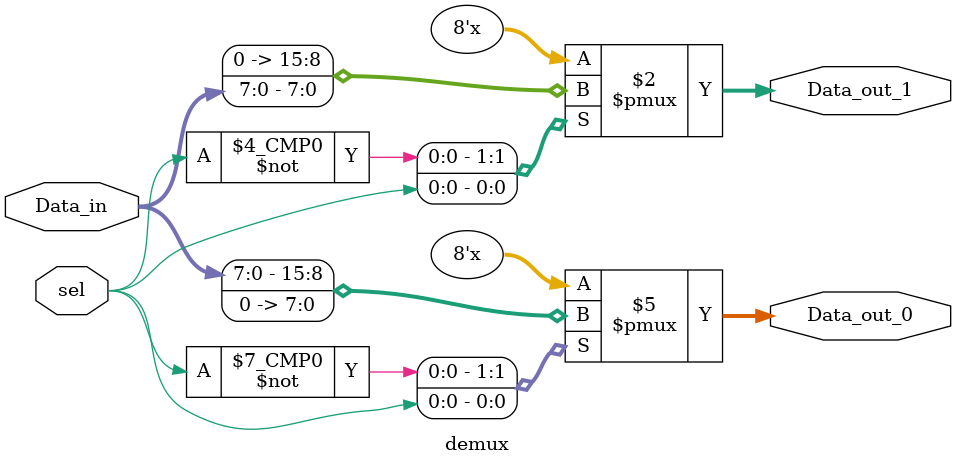
<source format=v>

module demux(
    Data_in,
    sel,
    Data_out_0,
    Data_out_1,
    );

//list the inputs and their sizes
    input [7:0] Data_in;
    input sel;
//list the outputs and their sizes 
    output [7:0] Data_out_0;
    output [7:0] Data_out_1;
//Internal variables
    reg [7:0] Data_out_0;
    reg [7:0] Data_out_1;
 

//always block with Data_in and sel in its sensitivity list
    always @(Data_in or sel)
    begin
        case (sel)  //case statement with "sel"
        //multiple statements can be written inside each case.
        //you just have to use 'begin' and 'end' keywords as shown below.
            2'b0 : begin
                        Data_out_0 = Data_in;
                        Data_out_1 = 0;
                      end
            2'b1 : begin
                        Data_out_0 = 0;
                        Data_out_1 = Data_in;
                      end
        endcase
    end
    
endmodule

</source>
